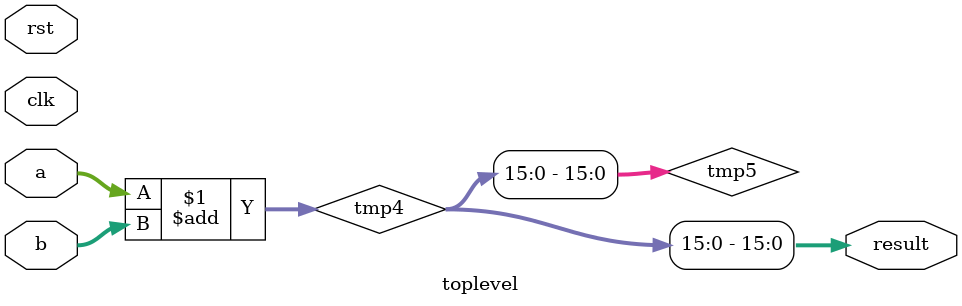
<source format=v>

module toplevel(clk, rst, a, b, result);
    input clk;
    input rst;
    input[15:0] a;
    input[15:0] b;
    output[15:0] result;

    wire[16:0] tmp4;
    wire[15:0] tmp5;

    // Combinational
    assign result = tmp5;
    assign tmp4 = a + b;
    assign tmp5 = {tmp4[15], tmp4[14], tmp4[13], tmp4[12], tmp4[11], tmp4[10], tmp4[9], tmp4[8], tmp4[7], tmp4[6], tmp4[5], tmp4[4], tmp4[3], tmp4[2], tmp4[1], tmp4[0]};

endmodule


</source>
